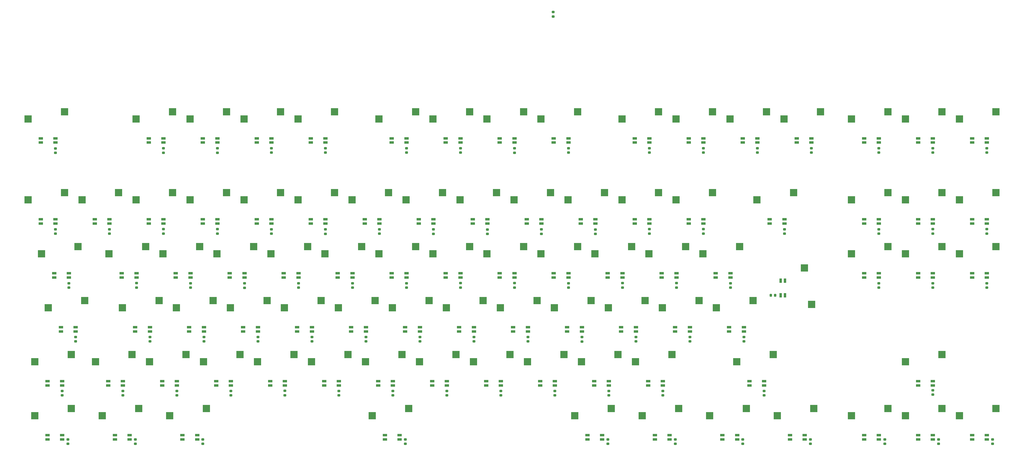
<source format=gbp>
G04 #@! TF.GenerationSoftware,KiCad,Pcbnew,(6.0.2)*
G04 #@! TF.CreationDate,2022-03-10T23:30:07+00:00*
G04 #@! TF.ProjectId,ENV_KB_RGB,454e565f-4b42-45f5-9247-422e6b696361,Rev.1*
G04 #@! TF.SameCoordinates,Original*
G04 #@! TF.FileFunction,Paste,Bot*
G04 #@! TF.FilePolarity,Positive*
%FSLAX46Y46*%
G04 Gerber Fmt 4.6, Leading zero omitted, Abs format (unit mm)*
G04 Created by KiCad (PCBNEW (6.0.2)) date 2022-03-10 23:30:07*
%MOMM*%
%LPD*%
G01*
G04 APERTURE LIST*
G04 Aperture macros list*
%AMRoundRect*
0 Rectangle with rounded corners*
0 $1 Rounding radius*
0 $2 $3 $4 $5 $6 $7 $8 $9 X,Y pos of 4 corners*
0 Add a 4 corners polygon primitive as box body*
4,1,4,$2,$3,$4,$5,$6,$7,$8,$9,$2,$3,0*
0 Add four circle primitives for the rounded corners*
1,1,$1+$1,$2,$3*
1,1,$1+$1,$4,$5*
1,1,$1+$1,$6,$7*
1,1,$1+$1,$8,$9*
0 Add four rect primitives between the rounded corners*
20,1,$1+$1,$2,$3,$4,$5,0*
20,1,$1+$1,$4,$5,$6,$7,0*
20,1,$1+$1,$6,$7,$8,$9,0*
20,1,$1+$1,$8,$9,$2,$3,0*%
G04 Aperture macros list end*
%ADD10R,2.550000X2.500000*%
%ADD11R,2.500000X2.550000*%
%ADD12RoundRect,0.082000X0.718000X-0.328000X0.718000X0.328000X-0.718000X0.328000X-0.718000X-0.328000X0*%
%ADD13RoundRect,0.082000X-0.328000X-0.718000X0.328000X-0.718000X0.328000X0.718000X-0.328000X0.718000X0*%
%ADD14RoundRect,0.225000X-0.250000X0.225000X-0.250000X-0.225000X0.250000X-0.225000X0.250000X0.225000X0*%
%ADD15RoundRect,0.225000X0.225000X0.250000X-0.225000X0.250000X-0.225000X-0.250000X0.225000X-0.250000X0*%
G04 APERTURE END LIST*
D10*
X42021250Y-204020000D03*
X54921250Y-201480000D03*
X54921250Y-182430000D03*
X42021250Y-184970000D03*
X76352500Y-182430000D03*
X63452500Y-184970000D03*
X362102500Y-182430000D03*
X349202500Y-184970000D03*
X343052500Y-201480000D03*
X330152500Y-204020000D03*
X44402500Y-146870000D03*
X57302500Y-144330000D03*
X289671250Y-184970000D03*
X302571250Y-182430000D03*
X232521250Y-204020000D03*
X245421250Y-201480000D03*
D11*
X313565000Y-151850000D03*
X316105000Y-164750000D03*
D10*
X90640000Y-96705000D03*
X77740000Y-99245000D03*
X362102500Y-96705000D03*
X349202500Y-99245000D03*
X109690000Y-125280000D03*
X96790000Y-127820000D03*
X134890000Y-127820000D03*
X147790000Y-125280000D03*
X249190000Y-127820000D03*
X262090000Y-125280000D03*
X249190000Y-99245000D03*
X262090000Y-96705000D03*
X381152500Y-125280000D03*
X368252500Y-127820000D03*
X300190000Y-96705000D03*
X287290000Y-99245000D03*
X109690000Y-96705000D03*
X96790000Y-99245000D03*
X128740000Y-96705000D03*
X115840000Y-99245000D03*
X185890000Y-125280000D03*
X172990000Y-127820000D03*
X343052500Y-125280000D03*
X330152500Y-127820000D03*
X214465000Y-96705000D03*
X201565000Y-99245000D03*
X281140000Y-96705000D03*
X268240000Y-99245000D03*
X306340000Y-99245000D03*
X319240000Y-96705000D03*
X58690000Y-127820000D03*
X71590000Y-125280000D03*
X128740000Y-125280000D03*
X115840000Y-127820000D03*
X381152500Y-96705000D03*
X368252500Y-99245000D03*
X330152500Y-99245000D03*
X343052500Y-96705000D03*
X102546250Y-201480000D03*
X89646250Y-204020000D03*
X176365000Y-96705000D03*
X163465000Y-99245000D03*
X153940000Y-127820000D03*
X166840000Y-125280000D03*
X281140000Y-125280000D03*
X268240000Y-127820000D03*
X309715000Y-125280000D03*
X296815000Y-127820000D03*
X59683750Y-163380000D03*
X46783750Y-165920000D03*
X52540000Y-96705000D03*
X39640000Y-99245000D03*
X256333750Y-204020000D03*
X269233750Y-201480000D03*
X65833750Y-204020000D03*
X78733750Y-201480000D03*
X223990000Y-125280000D03*
X211090000Y-127820000D03*
X293046250Y-201480000D03*
X280146250Y-204020000D03*
X349202500Y-127820000D03*
X362102500Y-125280000D03*
X303958750Y-204020000D03*
X316858750Y-201480000D03*
X52540000Y-125280000D03*
X39640000Y-127820000D03*
X204940000Y-125280000D03*
X192040000Y-127820000D03*
X230140000Y-127820000D03*
X243040000Y-125280000D03*
X258715000Y-146870000D03*
X271615000Y-144330000D03*
X92027500Y-165920000D03*
X104927500Y-163380000D03*
X176365000Y-144330000D03*
X163465000Y-146870000D03*
X233515000Y-144330000D03*
X220615000Y-146870000D03*
X252565000Y-144330000D03*
X239665000Y-146870000D03*
X290665000Y-144330000D03*
X277765000Y-146870000D03*
X85877500Y-163380000D03*
X72977500Y-165920000D03*
X214465000Y-144330000D03*
X201565000Y-146870000D03*
X111077500Y-165920000D03*
X123977500Y-163380000D03*
X362102500Y-144330000D03*
X349202500Y-146870000D03*
X81115000Y-144330000D03*
X68215000Y-146870000D03*
X100165000Y-144330000D03*
X87265000Y-146870000D03*
X125365000Y-146870000D03*
X138265000Y-144330000D03*
X106315000Y-146870000D03*
X119215000Y-144330000D03*
X157315000Y-144330000D03*
X144415000Y-146870000D03*
X330152500Y-146870000D03*
X343052500Y-144330000D03*
X381152500Y-144330000D03*
X368252500Y-146870000D03*
X182515000Y-146870000D03*
X195415000Y-144330000D03*
X130127500Y-165920000D03*
X143027500Y-163380000D03*
X200177500Y-163380000D03*
X187277500Y-165920000D03*
X209702500Y-182430000D03*
X196802500Y-184970000D03*
X149177500Y-165920000D03*
X162077500Y-163380000D03*
X181127500Y-163380000D03*
X168227500Y-165920000D03*
X219227500Y-163380000D03*
X206327500Y-165920000D03*
X225377500Y-165920000D03*
X238277500Y-163380000D03*
X139652500Y-184970000D03*
X152552500Y-182430000D03*
X171602500Y-182430000D03*
X158702500Y-184970000D03*
X244427500Y-165920000D03*
X257327500Y-163380000D03*
X247802500Y-182430000D03*
X234902500Y-184970000D03*
X263477500Y-165920000D03*
X276377500Y-163380000D03*
X215852500Y-184970000D03*
X228752500Y-182430000D03*
X282527500Y-165920000D03*
X295427500Y-163380000D03*
X95402500Y-182430000D03*
X82502500Y-184970000D03*
X133502500Y-182430000D03*
X120602500Y-184970000D03*
X177752500Y-184970000D03*
X190652500Y-182430000D03*
X114452500Y-182430000D03*
X101552500Y-184970000D03*
X266852500Y-182430000D03*
X253952500Y-184970000D03*
X90640000Y-125280000D03*
X77740000Y-127820000D03*
X147790000Y-96705000D03*
X134890000Y-99245000D03*
X362102500Y-201480000D03*
X349202500Y-204020000D03*
X368252500Y-204020000D03*
X381152500Y-201480000D03*
X195415000Y-96705000D03*
X182515000Y-99245000D03*
X233515000Y-96705000D03*
X220615000Y-99245000D03*
X161083750Y-204020000D03*
X173983750Y-201480000D03*
D12*
X49325000Y-107615000D03*
X49325000Y-106115000D03*
X44125000Y-106115000D03*
X44125000Y-107615000D03*
X87425000Y-107615000D03*
X87425000Y-106115000D03*
X82225000Y-106115000D03*
X82225000Y-107615000D03*
X106475000Y-107615000D03*
X106475000Y-106115000D03*
X101275000Y-106115000D03*
X101275000Y-107615000D03*
X125525000Y-107615000D03*
X125525000Y-106115000D03*
X120325000Y-106115000D03*
X120325000Y-107615000D03*
X144575000Y-107615000D03*
X144575000Y-106115000D03*
X139375000Y-106115000D03*
X139375000Y-107615000D03*
X173150000Y-107615000D03*
X173150000Y-106115000D03*
X167950000Y-106115000D03*
X167950000Y-107615000D03*
X192200000Y-107615000D03*
X192200000Y-106115000D03*
X187000000Y-106115000D03*
X187000000Y-107615000D03*
X211250000Y-107615000D03*
X211250000Y-106115000D03*
X206050000Y-106115000D03*
X206050000Y-107615000D03*
X230300000Y-107615000D03*
X230300000Y-106115000D03*
X225100000Y-106115000D03*
X225100000Y-107615000D03*
X258875000Y-107615000D03*
X258875000Y-106115000D03*
X253675000Y-106115000D03*
X253675000Y-107615000D03*
X277925000Y-107615000D03*
X277925000Y-106115000D03*
X272725000Y-106115000D03*
X272725000Y-107615000D03*
X296975000Y-107615000D03*
X296975000Y-106115000D03*
X291775000Y-106115000D03*
X291775000Y-107615000D03*
X316025000Y-107615000D03*
X316025000Y-106115000D03*
X310825000Y-106115000D03*
X310825000Y-107615000D03*
X339837500Y-107615000D03*
X339837500Y-106115000D03*
X334637500Y-106115000D03*
X334637500Y-107615000D03*
X358887500Y-107615000D03*
X358887500Y-106115000D03*
X353687500Y-106115000D03*
X353687500Y-107615000D03*
X377937500Y-107615000D03*
X377937500Y-106115000D03*
X372737500Y-106115000D03*
X372737500Y-107615000D03*
X49325000Y-136190000D03*
X49325000Y-134690000D03*
X44125000Y-134690000D03*
X44125000Y-136190000D03*
X68375000Y-136190000D03*
X68375000Y-134690000D03*
X63175000Y-134690000D03*
X63175000Y-136190000D03*
X87425000Y-136190000D03*
X87425000Y-134690000D03*
X82225000Y-134690000D03*
X82225000Y-136190000D03*
X106475000Y-136190000D03*
X106475000Y-134690000D03*
X101275000Y-134690000D03*
X101275000Y-136190000D03*
X125525000Y-136190000D03*
X125525000Y-134690000D03*
X120325000Y-134690000D03*
X120325000Y-136190000D03*
X144575000Y-136190000D03*
X144575000Y-134690000D03*
X139375000Y-134690000D03*
X139375000Y-136190000D03*
X163625000Y-136190000D03*
X163625000Y-134690000D03*
X158425000Y-134690000D03*
X158425000Y-136190000D03*
X182675000Y-136190000D03*
X182675000Y-134690000D03*
X177475000Y-134690000D03*
X177475000Y-136190000D03*
X201725000Y-136190000D03*
X201725000Y-134690000D03*
X196525000Y-134690000D03*
X196525000Y-136190000D03*
X220775000Y-136190000D03*
X220775000Y-134690000D03*
X215575000Y-134690000D03*
X215575000Y-136190000D03*
X239825000Y-136190000D03*
X239825000Y-134690000D03*
X234625000Y-134690000D03*
X234625000Y-136190000D03*
X258875000Y-136190000D03*
X258875000Y-134690000D03*
X253675000Y-134690000D03*
X253675000Y-136190000D03*
X277925000Y-136190000D03*
X277925000Y-134690000D03*
X272725000Y-134690000D03*
X272725000Y-136190000D03*
X306500000Y-136190000D03*
X306500000Y-134690000D03*
X301300000Y-134690000D03*
X301300000Y-136190000D03*
X339837500Y-136190000D03*
X339837500Y-134690000D03*
X334637500Y-134690000D03*
X334637500Y-136190000D03*
X358887500Y-136190000D03*
X358887500Y-134690000D03*
X353687500Y-134690000D03*
X353687500Y-136190000D03*
X377937500Y-136190000D03*
X377937500Y-134690000D03*
X372737500Y-134690000D03*
X372737500Y-136190000D03*
X54087500Y-155240000D03*
X54087500Y-153740000D03*
X48887500Y-153740000D03*
X48887500Y-155240000D03*
X77900000Y-155240000D03*
X77900000Y-153740000D03*
X72700000Y-153740000D03*
X72700000Y-155240000D03*
X96950000Y-155240000D03*
X96950000Y-153740000D03*
X91750000Y-153740000D03*
X91750000Y-155240000D03*
X116000000Y-155240000D03*
X116000000Y-153740000D03*
X110800000Y-153740000D03*
X110800000Y-155240000D03*
X135050000Y-155240000D03*
X135050000Y-153740000D03*
X129850000Y-153740000D03*
X129850000Y-155240000D03*
X154100000Y-155240000D03*
X154100000Y-153740000D03*
X148900000Y-153740000D03*
X148900000Y-155240000D03*
X173150000Y-155240000D03*
X173150000Y-153740000D03*
X167950000Y-153740000D03*
X167950000Y-155240000D03*
X192200000Y-155240000D03*
X192200000Y-153740000D03*
X187000000Y-153740000D03*
X187000000Y-155240000D03*
X211250000Y-155240000D03*
X211250000Y-153740000D03*
X206050000Y-153740000D03*
X206050000Y-155240000D03*
X230300000Y-155240000D03*
X230300000Y-153740000D03*
X225100000Y-153740000D03*
X225100000Y-155240000D03*
X249350000Y-155240000D03*
X249350000Y-153740000D03*
X244150000Y-153740000D03*
X244150000Y-155240000D03*
X268400000Y-155240000D03*
X268400000Y-153740000D03*
X263200000Y-153740000D03*
X263200000Y-155240000D03*
X287450000Y-155240000D03*
X287450000Y-153740000D03*
X282250000Y-153740000D03*
X282250000Y-155240000D03*
D13*
X305195000Y-161535000D03*
X306695000Y-161535000D03*
X306695000Y-156335000D03*
X305195000Y-156335000D03*
D12*
X339837500Y-155240000D03*
X339837500Y-153740000D03*
X334637500Y-153740000D03*
X334637500Y-155240000D03*
X358887500Y-155240000D03*
X358887500Y-153740000D03*
X353687500Y-153740000D03*
X353687500Y-155240000D03*
X377937500Y-155240000D03*
X377937500Y-153740000D03*
X372737500Y-153740000D03*
X372737500Y-155240000D03*
X56468750Y-174290000D03*
X56468750Y-172790000D03*
X51268750Y-172790000D03*
X51268750Y-174290000D03*
X82662500Y-174290000D03*
X82662500Y-172790000D03*
X77462500Y-172790000D03*
X77462500Y-174290000D03*
X101712500Y-174290000D03*
X101712500Y-172790000D03*
X96512500Y-172790000D03*
X96512500Y-174290000D03*
X120762500Y-174290000D03*
X120762500Y-172790000D03*
X115562500Y-172790000D03*
X115562500Y-174290000D03*
X139812500Y-174290000D03*
X139812500Y-172790000D03*
X134612500Y-172790000D03*
X134612500Y-174290000D03*
X158862500Y-174290000D03*
X158862500Y-172790000D03*
X153662500Y-172790000D03*
X153662500Y-174290000D03*
X177912500Y-174290000D03*
X177912500Y-172790000D03*
X172712500Y-172790000D03*
X172712500Y-174290000D03*
X196962500Y-174290000D03*
X196962500Y-172790000D03*
X191762500Y-172790000D03*
X191762500Y-174290000D03*
X216012500Y-174290000D03*
X216012500Y-172790000D03*
X210812500Y-172790000D03*
X210812500Y-174290000D03*
X235062500Y-174290000D03*
X235062500Y-172790000D03*
X229862500Y-172790000D03*
X229862500Y-174290000D03*
X254112500Y-174290000D03*
X254112500Y-172790000D03*
X248912500Y-172790000D03*
X248912500Y-174290000D03*
X273162500Y-174290000D03*
X273162500Y-172790000D03*
X267962500Y-172790000D03*
X267962500Y-174290000D03*
X292212500Y-174290000D03*
X292212500Y-172790000D03*
X287012500Y-172790000D03*
X287012500Y-174290000D03*
X51706250Y-193340000D03*
X51706250Y-191840000D03*
X46506250Y-191840000D03*
X46506250Y-193340000D03*
X73137500Y-193340000D03*
X73137500Y-191840000D03*
X67937500Y-191840000D03*
X67937500Y-193340000D03*
X92187500Y-193340000D03*
X92187500Y-191840000D03*
X86987500Y-191840000D03*
X86987500Y-193340000D03*
X111237500Y-193340000D03*
X111237500Y-191840000D03*
X106037500Y-191840000D03*
X106037500Y-193340000D03*
X130287500Y-193340000D03*
X130287500Y-191840000D03*
X125087500Y-191840000D03*
X125087500Y-193340000D03*
X149337500Y-193340000D03*
X149337500Y-191840000D03*
X144137500Y-191840000D03*
X144137500Y-193340000D03*
X168387500Y-193340000D03*
X168387500Y-191840000D03*
X163187500Y-191840000D03*
X163187500Y-193340000D03*
X187437500Y-193340000D03*
X187437500Y-191840000D03*
X182237500Y-191840000D03*
X182237500Y-193340000D03*
X206487500Y-193340000D03*
X206487500Y-191840000D03*
X201287500Y-191840000D03*
X201287500Y-193340000D03*
X225537500Y-193340000D03*
X225537500Y-191840000D03*
X220337500Y-191840000D03*
X220337500Y-193340000D03*
X244587500Y-193340000D03*
X244587500Y-191840000D03*
X239387500Y-191840000D03*
X239387500Y-193340000D03*
X263637500Y-193340000D03*
X263637500Y-191840000D03*
X258437500Y-191840000D03*
X258437500Y-193340000D03*
X299356250Y-193340000D03*
X299356250Y-191840000D03*
X294156250Y-191840000D03*
X294156250Y-193340000D03*
X358887500Y-193340000D03*
X358887500Y-191840000D03*
X353687500Y-191840000D03*
X353687500Y-193340000D03*
X51706250Y-212390000D03*
X51706250Y-210890000D03*
X46506250Y-210890000D03*
X46506250Y-212390000D03*
X75518750Y-212390000D03*
X75518750Y-210890000D03*
X70318750Y-210890000D03*
X70318750Y-212390000D03*
X99331250Y-212390000D03*
X99331250Y-210890000D03*
X94131250Y-210890000D03*
X94131250Y-212390000D03*
X170768750Y-212390000D03*
X170768750Y-210890000D03*
X165568750Y-210890000D03*
X165568750Y-212390000D03*
X242206250Y-212390000D03*
X242206250Y-210890000D03*
X237006250Y-210890000D03*
X237006250Y-212390000D03*
X266018750Y-212390000D03*
X266018750Y-210890000D03*
X260818750Y-210890000D03*
X260818750Y-212390000D03*
X289831250Y-212390000D03*
X289831250Y-210890000D03*
X284631250Y-210890000D03*
X284631250Y-212390000D03*
X313643750Y-212390000D03*
X313643750Y-210890000D03*
X308443750Y-210890000D03*
X308443750Y-212390000D03*
X339837500Y-212390000D03*
X339837500Y-210890000D03*
X334637500Y-210890000D03*
X334637500Y-212390000D03*
X358887500Y-212390000D03*
X358887500Y-210890000D03*
X353687500Y-210890000D03*
X353687500Y-212390000D03*
X377937500Y-212390000D03*
X377937500Y-210890000D03*
X372737500Y-210890000D03*
X372737500Y-212390000D03*
D14*
X106475000Y-138175000D03*
X106475000Y-139725000D03*
X73150000Y-195300000D03*
X73150000Y-196850000D03*
X87425000Y-138175000D03*
X87425000Y-139725000D03*
X135050000Y-157275000D03*
X135050000Y-158825000D03*
X211250000Y-157225000D03*
X211250000Y-158775000D03*
X172790000Y-212385000D03*
X172790000Y-213935000D03*
X192200000Y-157225000D03*
X192200000Y-158775000D03*
X358900000Y-157275000D03*
X358900000Y-158825000D03*
X173150000Y-109625000D03*
X173150000Y-111175000D03*
X277925000Y-109625000D03*
X277925000Y-111175000D03*
X201725000Y-138275000D03*
X201725000Y-139825000D03*
X116000000Y-157300000D03*
X116000000Y-158850000D03*
X277925000Y-138175000D03*
X277925000Y-139725000D03*
X211250000Y-109650000D03*
X211250000Y-111200000D03*
X315680000Y-212375000D03*
X315680000Y-213925000D03*
D15*
X303250000Y-161525000D03*
X301700000Y-161525000D03*
D14*
X258875000Y-109625000D03*
X258875000Y-111175000D03*
X287450000Y-157275000D03*
X287450000Y-158825000D03*
X268400000Y-157225000D03*
X268400000Y-158775000D03*
X187450000Y-195300000D03*
X187450000Y-196850000D03*
X101700000Y-176250000D03*
X101700000Y-177800000D03*
X163625000Y-138200000D03*
X163625000Y-139750000D03*
X87425000Y-109650000D03*
X87425000Y-111200000D03*
X268020000Y-212405000D03*
X268020000Y-213955000D03*
X149325000Y-195300000D03*
X149325000Y-196850000D03*
X125525000Y-109625000D03*
X125525000Y-111175000D03*
X224920000Y-61545000D03*
X224920000Y-63095000D03*
X92175000Y-195300000D03*
X92175000Y-196850000D03*
X139825000Y-176250000D03*
X139825000Y-177800000D03*
X206475000Y-195300000D03*
X206475000Y-196850000D03*
X130300000Y-195250000D03*
X130300000Y-196800000D03*
X173150000Y-157275000D03*
X173150000Y-158825000D03*
X360900000Y-212375000D03*
X360900000Y-213925000D03*
X306500000Y-138225000D03*
X306500000Y-139775000D03*
X339850000Y-138225000D03*
X339850000Y-139775000D03*
X358900000Y-138175000D03*
X358900000Y-139725000D03*
X339850000Y-157250000D03*
X339850000Y-158800000D03*
X49325000Y-109675000D03*
X49325000Y-111225000D03*
X296975000Y-109600000D03*
X296975000Y-111150000D03*
X263625000Y-195300000D03*
X263625000Y-196850000D03*
X196950000Y-176250000D03*
X196950000Y-177800000D03*
X56475000Y-176225000D03*
X56475000Y-177775000D03*
X168375000Y-195275000D03*
X168375000Y-196825000D03*
X54100000Y-157250000D03*
X54100000Y-158800000D03*
X299375000Y-195300000D03*
X299375000Y-196850000D03*
X358900000Y-195025000D03*
X358900000Y-196575000D03*
X377940000Y-109585000D03*
X377940000Y-111135000D03*
X316025000Y-109625000D03*
X316025000Y-111175000D03*
X106475000Y-109650000D03*
X106475000Y-111200000D03*
X177900000Y-176250000D03*
X177900000Y-177800000D03*
X182675000Y-138250000D03*
X182675000Y-139800000D03*
X341900000Y-212385000D03*
X341900000Y-213935000D03*
X235050000Y-176275000D03*
X235050000Y-177825000D03*
X120750000Y-176250000D03*
X120750000Y-177800000D03*
X111225000Y-195300000D03*
X111225000Y-196850000D03*
X154100000Y-157250000D03*
X154100000Y-158800000D03*
X377950000Y-138175000D03*
X377950000Y-139725000D03*
X144575000Y-109625000D03*
X144575000Y-111175000D03*
X292200000Y-176250000D03*
X292200000Y-177800000D03*
X96950000Y-157250000D03*
X96950000Y-158800000D03*
X339850000Y-109625000D03*
X339850000Y-111175000D03*
X258875000Y-138175000D03*
X258875000Y-139725000D03*
X273150000Y-176250000D03*
X273150000Y-177800000D03*
X68375000Y-138225000D03*
X68375000Y-139775000D03*
X358875000Y-109575000D03*
X358875000Y-111125000D03*
X291830000Y-212395000D03*
X291830000Y-213945000D03*
X244600000Y-195275000D03*
X244600000Y-196825000D03*
X77550000Y-212395000D03*
X77550000Y-213945000D03*
X239825000Y-138325000D03*
X239825000Y-139875000D03*
X82650000Y-176225000D03*
X82650000Y-177775000D03*
X53700000Y-212395000D03*
X53700000Y-213945000D03*
X216025000Y-176250000D03*
X216025000Y-177800000D03*
X101330000Y-212395000D03*
X101330000Y-213945000D03*
X244190000Y-212385000D03*
X244190000Y-213935000D03*
X230300000Y-109625000D03*
X230300000Y-111175000D03*
X192200000Y-109625000D03*
X192200000Y-111175000D03*
X77900000Y-157225000D03*
X77900000Y-158775000D03*
X230300000Y-157275000D03*
X230300000Y-158825000D03*
X379930000Y-212395000D03*
X379930000Y-213945000D03*
X377925000Y-157275000D03*
X377925000Y-158825000D03*
X49325000Y-138200000D03*
X49325000Y-139750000D03*
X144575000Y-138250000D03*
X144575000Y-139800000D03*
X249350000Y-157225000D03*
X249350000Y-158775000D03*
X158850000Y-176225000D03*
X158850000Y-177775000D03*
X254100000Y-176250000D03*
X254100000Y-177800000D03*
X225525000Y-195300000D03*
X225525000Y-196850000D03*
X51700000Y-195300000D03*
X51700000Y-196850000D03*
X220750000Y-138250000D03*
X220750000Y-139800000D03*
X125525000Y-138225000D03*
X125525000Y-139775000D03*
M02*

</source>
